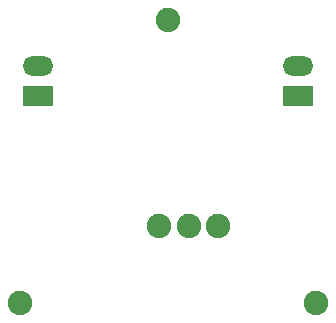
<source format=gbs>
G04*
G04 #@! TF.GenerationSoftware,Altium Limited,Altium Designer,19.0.15 (446)*
G04*
G04 Layer_Color=16711935*
%FSLAX25Y25*%
%MOIN*%
G70*
G01*
G75*
%ADD22C,0.08173*%
%ADD23O,0.10142X0.06598*%
%ADD24R,0.10142X0.06598*%
D22*
X72236Y31496D02*
D03*
X62393D02*
D03*
X52551D02*
D03*
X55511Y100252D02*
D03*
X104727Y5906D02*
D03*
X6300D02*
D03*
D23*
X98818Y84969D02*
D03*
X12204D02*
D03*
D24*
X98818Y74968D02*
D03*
X12204D02*
D03*
M02*

</source>
